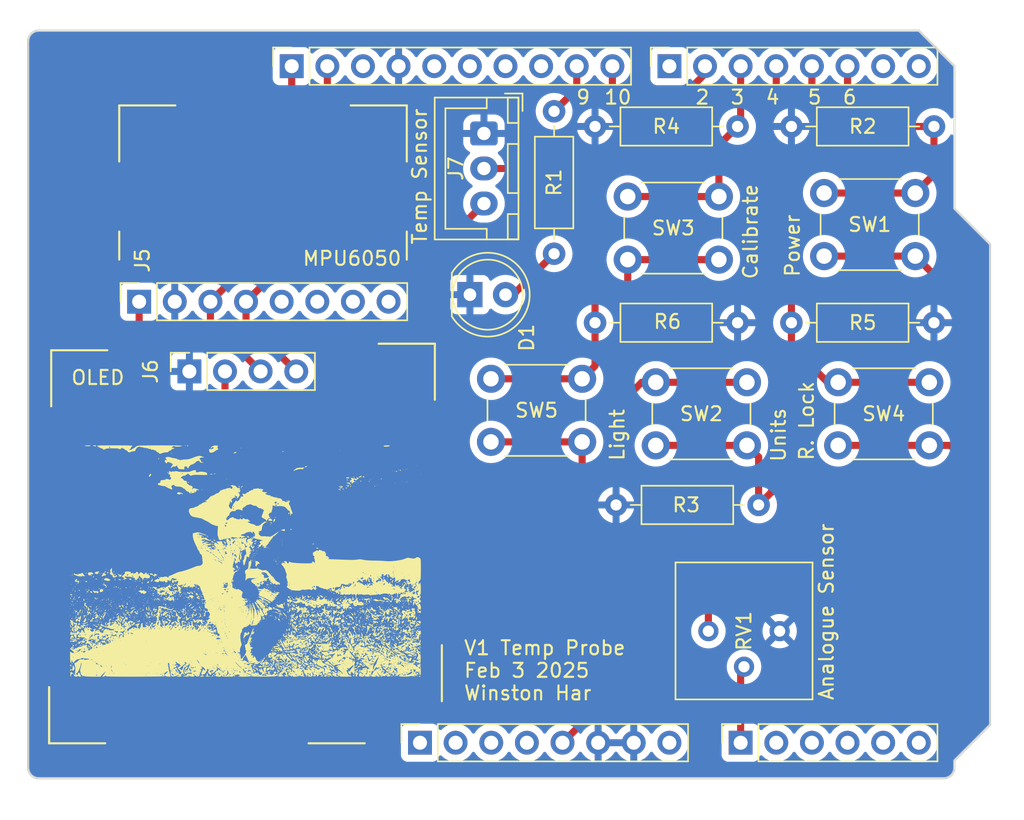
<source format=kicad_pcb>
(kicad_pcb (version 20240108) (generator "pcbnew") (generator_version "8.0")
  (title_block (date "mar. 31 mars 2015"))
  (layers (0 "F.Cu" signal) (31 "B.Cu" power) (34 "B.Paste" user) (35 "F.Paste" user) (36 "B.SilkS" user "B.Silkscreen") (37 "F.SilkS" user "F.Silkscreen") (38 "B.Mask" user) (39 "F.Mask" user) (44 "Edge.Cuts" user))
  (net 0 "")
  (net 1 "GND")
  (net 2 "+5V")
  (net 3 "/IOREF")
  (net 4 "/A1")
  (net 5 "/A2")
  (net 6 "/A3")
  (net 7 "/SDA{slash}A4")
  (net 8 "/SCL{slash}A5")
  (net 9 "/13")
  (net 10 "/12")
  (net 11 "/AREF")
  (net 12 "/7")
  (net 13 "/*11")
  (net 14 "/*10")
  (net 15 "/TX{slash}1")
  (net 16 "/RX{slash}0")
  (net 17 "+3V3")
  (net 18 "VCC")
  (net 19 "/~{RESET}")
  (net 20 "/I2C_SCL")
  (net 21 "/I2C_SDA")
  (net 22 "/button_onoff")
  (net 23 "/button_lock")
  (net 24 "/button_light")
  (net 25 "/button_units")
  (net 26 "/button_cal")
  (net 27 "Net-(D1-A)")
  (net 28 "/led_light")
  (net 29 "/temp_sensor")
  (net 35 "/temp_digital")
  (footprint "Connector_PinSocket_2.54mm:PinSocket_1x08_P2.54mm_Vertical" (layer "F.Cu") (at 127.94 97.46 90)
    (property "Reference" "J1" (hide yes))
    (property "Value" "Power")
    (pad "1" thru_hole rect (at 0 0 90) (size 1.7 1.7) (drill 1) (layers "*.Cu" "*.Mask"))
    (pad "2" thru_hole oval (at 0 2.54 90) (size 1.7 1.7) (drill 1) (layers "*.Cu" "*.Mask") (net 3 "/IOREF"))
    (pad "3" thru_hole oval (at 0 5.08 90) (size 1.7 1.7) (drill 1) (layers "*.Cu" "*.Mask") (net 19 "/~{RESET}"))
    (pad "4" thru_hole oval (at 0 7.62 90) (size 1.7 1.7) (drill 1) (layers "*.Cu" "*.Mask") (net 17 "+3V3"))
    (pad "5" thru_hole oval (at 0 10.16 90) (size 1.7 1.7) (drill 1) (layers "*.Cu" "*.Mask") (net 2 "+5V"))
    (pad "6" thru_hole oval (at 0 12.7 90) (size 1.7 1.7) (drill 1) (layers "*.Cu" "*.Mask") (net 1 "GND"))
    (pad "7" thru_hole oval (at 0 15.24 90) (size 1.7 1.7) (drill 1) (layers "*.Cu" "*.Mask") (net 1 "GND"))
    (pad "8" thru_hole oval (at 0 17.78 90) (size 1.7 1.7) (drill 1) (layers "*.Cu" "*.Mask") (net 18 "VCC"))
  )
  (footprint "Connector_PinSocket_2.54mm:PinSocket_1x06_P2.54mm_Vertical" (layer "F.Cu") (at 150.8 97.46 90)
    (property "Reference" "J3" (hide yes))
    (property "Value" "Analog")
    (pad "1" thru_hole rect (at 0 0 90) (size 1.7 1.7) (drill 1) (layers "*.Cu" "*.Mask") (net 29 "/temp_sensor"))
    (pad "2" thru_hole oval (at 0 2.54 90) (size 1.7 1.7) (drill 1) (layers "*.Cu" "*.Mask") (net 4 "/A1"))
    (pad "3" thru_hole oval (at 0 5.08 90) (size 1.7 1.7) (drill 1) (layers "*.Cu" "*.Mask") (net 5 "/A2"))
    (pad "4" thru_hole oval (at 0 7.62 90) (size 1.7 1.7) (drill 1) (layers "*.Cu" "*.Mask") (net 6 "/A3"))
    (pad "5" thru_hole oval (at 0 10.16 90) (size 1.7 1.7) (drill 1) (layers "*.Cu" "*.Mask") (net 7 "/SDA{slash}A4"))
    (pad "6" thru_hole oval (at 0 12.7 90) (size 1.7 1.7) (drill 1) (layers "*.Cu" "*.Mask") (net 8 "/SCL{slash}A5"))
  )
  (footprint "Connector_PinSocket_2.54mm:PinSocket_1x10_P2.54mm_Vertical" (layer "F.Cu") (at 118.796 49.2 90)
    (property "Reference" "J2" (hide yes))
    (property "Value" "Digital/PWM")
    (pad "1" thru_hole rect (at 0 0 90) (size 1.7 1.7) (drill 1) (layers "*.Cu" "*.Mask") (net 20 "/I2C_SCL"))
    (pad "2" thru_hole oval (at 0 2.54 90) (size 1.7 1.7) (drill 1) (layers "*.Cu" "*.Mask") (net 21 "/I2C_SDA"))
    (pad "3" thru_hole oval (at 0 5.08 90) (size 1.7 1.7) (drill 1) (layers "*.Cu" "*.Mask") (net 11 "/AREF"))
    (pad "4" thru_hole oval (at 0 7.62 90) (size 1.7 1.7) (drill 1) (layers "*.Cu" "*.Mask") (net 1 "GND"))
    (pad "5" thru_hole oval (at 0 10.16 90) (size 1.7 1.7) (drill 1) (layers "*.Cu" "*.Mask") (net 9 "/13"))
    (pad "6" thru_hole oval (at 0 12.7 90) (size 1.7 1.7) (drill 1) (layers "*.Cu" "*.Mask") (net 10 "/12"))
    (pad "7" thru_hole oval (at 0 15.24 90) (size 1.7 1.7) (drill 1) (layers "*.Cu" "*.Mask") (net 13 "/*11"))
    (pad "8" thru_hole oval (at 0 17.78 90) (size 1.7 1.7) (drill 1) (layers "*.Cu" "*.Mask") (net 14 "/*10"))
    (pad "9" thru_hole oval (at 0 20.32 90) (size 1.7 1.7) (drill 1) (layers "*.Cu" "*.Mask") (net 28 "/led_light"))
    (pad "10" thru_hole oval (at 0 22.86 90) (size 1.7 1.7) (drill 1) (layers "*.Cu" "*.Mask") (net 35 "/temp_digital"))
  )
  (footprint "Connector_PinSocket_2.54mm:PinSocket_1x08_P2.54mm_Vertical" (layer "F.Cu") (at 145.72 49.2 90)
    (property "Reference" "J4" (hide yes))
    (property "Value" "Digital/PWM")
    (pad "1" thru_hole rect (at 0 0 90) (size 1.7 1.7) (drill 1) (layers "*.Cu" "*.Mask") (net 12 "/7"))
    (pad "2" thru_hole oval (at 0 2.54 90) (size 1.7 1.7) (drill 1) (layers "*.Cu" "*.Mask") (net 24 "/button_light"))
    (pad "3" thru_hole oval (at 0 5.08 90) (size 1.7 1.7) (drill 1) (layers "*.Cu" "*.Mask") (net 26 "/button_cal"))
    (pad "4" thru_hole oval (at 0 7.62 90) (size 1.7 1.7) (drill 1) (layers "*.Cu" "*.Mask") (net 25 "/button_units"))
    (pad "5" thru_hole oval (at 0 10.16 90) (size 1.7 1.7) (drill 1) (layers "*.Cu" "*.Mask") (net 23 "/button_lock"))
    (pad "6" thru_hole oval (at 0 12.7 90) (size 1.7 1.7) (drill 1) (layers "*.Cu" "*.Mask") (net 22 "/button_onoff"))
    (pad "7" thru_hole oval (at 0 15.24 90) (size 1.7 1.7) (drill 1) (layers "*.Cu" "*.Mask") (net 15 "/TX{slash}1"))
    (pad "8" thru_hole oval (at 0 17.78 90) (size 1.7 1.7) (drill 1) (layers "*.Cu" "*.Mask") (net 16 "/RX{slash}0"))
  )
  (footprint "Button_Switch_THT:SW_PUSH_6mm" (layer "F.Cu") (at 157.75 71.75)
    (property "Reference" "SW4" (at 3.25 2.25 0) (layer "F.SilkS"))
    (property "Value" "SW_SPST")
    (pad "1" thru_hole circle (at 0 0 90) (size 2 2) (drill 1.1) (layers "*.Cu" "*.Mask") (net 23 "/button_lock"))
    (pad "1" thru_hole circle (at 6.5 0 90) (size 2 2) (drill 1.1) (layers "*.Cu" "*.Mask") (net 23 "/button_lock"))
    (pad "2" thru_hole circle (at 0 4.5 90) (size 2 2) (drill 1.1) (layers "*.Cu" "*.Mask") (net 2 "+5V"))
    (pad "2" thru_hole circle (at 6.5 4.5 90) (size 2 2) (drill 1.1) (layers "*.Cu" "*.Mask") (net 2 "+5V"))
  )
  (footprint "LED_THT:LED_D5.0mm" (layer "F.Cu") (at 131.5 65.5)
    (property "Reference" "D1" (at 4.05 3.07 90) (layer "F.SilkS"))
    (property "Value" "LED")
    (pad "1" thru_hole rect (at 0 0) (size 1.8 1.8) (drill 0.9) (layers "*.Cu" "*.Mask") (net 1 "GND"))
    (pad "2" thru_hole circle (at 2.54 0) (size 1.8 1.8) (drill 0.9) (layers "*.Cu" "*.Mask") (net 27 "Net-(D1-A)"))
  )
  (footprint "Button_Switch_THT:SW_PUSH_6mm" (layer "F.Cu") (at 133 71.5)
    (property "Reference" "SW5" (at 3.25 2.25 0) (layer "F.SilkS"))
    (property "Value" "SW_SPST")
    (pad "1" thru_hole circle (at 0 0 90) (size 2 2) (drill 1.1) (layers "*.Cu" "*.Mask") (net 24 "/button_light"))
    (pad "1" thru_hole circle (at 6.5 0 90) (size 2 2) (drill 1.1) (layers "*.Cu" "*.Mask") (net 24 "/button_light"))
    (pad "2" thru_hole circle (at 0 4.5 90) (size 2 2) (drill 1.1) (layers "*.Cu" "*.Mask") (net 2 "+5V"))
    (pad "2" thru_hole circle (at 6.5 4.5 90) (size 2 2) (drill 1.1) (layers "*.Cu" "*.Mask") (net 2 "+5V"))
  )
  (footprint "Button_Switch_THT:SW_PUSH_6mm" (layer "F.Cu") (at 151.25 76.25 180)
    (property "Reference" "SW2" (at 3.25 2.25 0) (layer "F.SilkS"))
    (property "Value" "SW_SPST")
    (pad "1" thru_hole circle (at 0 0 270) (size 2 2) (drill 1.1) (layers "*.Cu" "*.Mask") (net 25 "/button_units"))
    (pad "1" thru_hole circle (at 6.5 0 270) (size 2 2) (drill 1.1) (layers "*.Cu" "*.Mask") (net 25 "/button_units"))
    (pad "2" thru_hole circle (at 0 4.5 270) (size 2 2) (drill 1.1) (layers "*.Cu" "*.Mask") (net 2 "+5V"))
    (pad "2" thru_hole circle (at 6.5 4.5 270) (size 2 2) (drill 1.1) (layers "*.Cu" "*.Mask") (net 2 "+5V"))
  )
  (footprint "Resistor_THT:R_Axial_DIN0207_L6.3mm_D2.5mm_P10.16mm_Horizontal" (layer "F.Cu") (at 150.58 53.5 180)
    (property "Reference" "R4" (at 5.08 0 0) (layer "F.SilkS"))
    (property "Value" "100k")
    (pad "1" thru_hole circle (at 0 0 180) (size 1.6 1.6) (drill 0.8) (layers "*.Cu" "*.Mask") (net 26 "/button_cal"))
    (pad "2" thru_hole oval (at 10.16 0 180) (size 1.6 1.6) (drill 0.8) (layers "*.Cu" "*.Mask") (net 1 "GND"))
  )
  (footprint "Resistor_THT:R_Axial_DIN0207_L6.3mm_D2.5mm_P10.16mm_Horizontal" (layer "F.Cu") (at 137.5 52.42 -90)
    (property "Reference" "R1" (at 5.08 0 90) (layer "F.SilkS"))
    (property "Value" "1k")
    (pad "1" thru_hole circle (at 0 0 270) (size 1.6 1.6) (drill 0.8) (layers "*.Cu" "*.Mask") (net 28 "/led_light"))
    (pad "2" thru_hole oval (at 10.16 0 270) (size 1.6 1.6) (drill 0.8) (layers "*.Cu" "*.Mask") (net 27 "Net-(D1-A)"))
  )
  (footprint "Button_Switch_THT:SW_PUSH_6mm" (layer "F.Cu") (at 142.75 58.5)
    (property "Reference" "SW3" (at 3.25 2.25 0) (layer "F.SilkS"))
    (property "Value" "SW_SPST")
    (pad "1" thru_hole circle (at 0 0 90) (size 2 2) (drill 1.1) (layers "*.Cu" "*.Mask") (net 26 "/button_cal"))
    (pad "1" thru_hole circle (at 6.5 0 90) (size 2 2) (drill 1.1) (layers "*.Cu" "*.Mask") (net 26 "/button_cal"))
    (pad "2" thru_hole circle (at 0 4.5 90) (size 2 2) (drill 1.1) (layers "*.Cu" "*.Mask") (net 2 "+5V"))
    (pad "2" thru_hole circle (at 6.5 4.5 90) (size 2 2) (drill 1.1) (layers "*.Cu" "*.Mask") (net 2 "+5V"))
  )
  (footprint "Connector_PinSocket_2.54mm:PinSocket_1x04_P2.54mm_Vertical" (layer "F.Cu") (at 111.5 70.975 90)
    (property "Reference" "J6" (at 0 -2.77 90) (layer "F.SilkS"))
    (property "Value" "CONN_DISPLAY")
    (pad "1" thru_hole rect (at 0 0 90) (size 1.7 1.7) (drill 1) (layers "*.Cu" "*.Mask") (net 1 "GND"))
    (pad "2" thru_hole oval (at 0 2.54 90) (size 1.7 1.7) (drill 1) (layers "*.Cu" "*.Mask") (net 2 "+5V"))
    (pad "3" thru_hole oval (at 0 5.08 90) (size 1.7 1.7) (drill 1) (layers "*.Cu" "*.Mask") (net 20 "/I2C_SCL"))
    (pad "4" thru_hole oval (at 0 7.62 90) (size 1.7 1.7) (drill 1) (layers "*.Cu" "*.Mask") (net 21 "/I2C_SDA"))
  )
  (footprint "Button_Switch_THT:SW_PUSH_6mm" (layer "F.Cu") (at 156.75 58.25)
    (property "Reference" "SW1" (at 3.25 2.25 0) (layer "F.SilkS"))
    (property "Value" "SW_SPST")
    (pad "1" thru_hole circle (at 0 0 90) (size 2 2) (drill 1.1) (layers "*.Cu" "*.Mask") (net 22 "/button_onoff"))
    (pad "1" thru_hole circle (at 6.5 0 90) (size 2 2) (drill 1.1) (layers "*.Cu" "*.Mask") (net 22 "/button_onoff"))
    (pad "2" thru_hole circle (at 0 4.5 90) (size 2 2) (drill 1.1) (layers "*.Cu" "*.Mask") (net 2 "+5V"))
    (pad "2" thru_hole circle (at 6.5 4.5 90) (size 2 2) (drill 1.1) (layers "*.Cu" "*.Mask") (net 2 "+5V"))
  )
  (footprint "Resistor_THT:R_Axial_DIN0207_L6.3mm_D2.5mm_P10.16mm_Horizontal" (layer "F.Cu") (at 154.42 67.5)
    (property "Reference" "R5" (at 5.08 0 0) (layer "F.SilkS"))
    (property "Value" "100k")
    (pad "1" thru_hole circle (at 0 0) (size 1.6 1.6) (drill 0.8) (layers "*.Cu" "*.Mask") (net 23 "/button_lock"))
    (pad "2" thru_hole oval (at 10.16 0) (size 1.6 1.6) (drill 0.8) (layers "*.Cu" "*.Mask") (net 1 "GND"))
  )
  (footprint "LOGO" (layer "F.Cu") (at 115.5 84.5)
    (property "Reference" "G***" (hide yes))
    (property "Value" "LOGO" (hide yes))
  )
  (footprint "Resistor_THT:R_Axial_DIN0207_L6.3mm_D2.5mm_P10.16mm_Horizontal" (layer "F.Cu") (at 164.58 53.5 180)
    (property "Reference" "R2" (at 5.08 0 0) (layer "F.SilkS"))
    (property "Value" "100k")
    (pad "1" thru_hole circle (at 0 0 180) (size 1.6 1.6) (drill 0.8) (layers "*.Cu" "*.Mask") (net 22 "/button_onoff"))
    (pad "2" thru_hole oval (at 10.16 0 180) (size 1.6 1.6) (drill 0.8) (layers "*.Cu" "*.Mask") (net 1 "GND"))
  )
  (footprint "Connector_JST:JST_XH_B3B-XH-A_1x03_P2.50mm_Vertical" (layer "F.Cu") (at 132.5 54 -90)
    (property "Reference" "J7" (at 2.5 2 90) (layer "F.SilkS"))
    (property "Value" "Conn_Temp")
    (pad "1" thru_hole roundrect (at 0 0 270) (size 1.7 1.95) (drill 0.95) (layers "*.Cu" "*.Mask") (roundrect_rratio 0.147059) (net 1 "GND"))
    (pad "2" thru_hole oval (at 2.5 0 270) (size 1.7 1.95) (drill 0.95) (layers "*.Cu" "*.Mask") (net 35 "/temp_digital"))
    (pad "3" thru_hole oval (at 5 0 270) (size 1.7 1.95) (drill 0.95) (layers "*.Cu" "*.Mask") (net 2 "+5V"))
  )
  (footprint "Potentiometer_THT:Potentiometer_Bourns_3386P_Vertical" (layer "F.Cu") (at 148.5 89.5 -90)
    (property "Reference" "RV1" (at -0.015 -2.54 90) (layer "F.SilkS"))
    (property "Value" "10k")
    (pad "1" thru_hole circle (at 0 0 270) (size 1.44 1.44) (drill 0.8) (layers "*.Cu" "*.Mask") (net 2 "+5V"))
    (pad "2" thru_hole circle (at 2.54 -2.54 270) (size 1.44 1.44) (drill 0.8) (layers "*.Cu" "*.Mask") (net 29 "/temp_sensor"))
    (pad "3" thru_hole circle (at 0 -5.08 270) (size 1.44 1.44) (drill 0.8) (layers "*.Cu" "*.Mask") (net 1 "GND"))
  )
  (footprint "Connector_PinSocket_2.54mm:PinSocket_1x08_P2.54mm_Vertical" (layer "F.Cu") (at 107.92 66 90)
    (property "Reference" "J5" (at 2.94 0.23 90) (layer "F.SilkS"))
    (property "Value" "CONN_GYRO")
    (pad "1" thru_hole rect (at 0 0 90) (size 1.7 1.7) (drill 1) (layers "*.Cu" "*.Mask") (net 2 "+5V"))
    (pad "2" thru_hole oval (at 0 2.54 90) (size 1.7 1.7) (drill 1) (layers "*.Cu" "*.Mask") (net 1 "GND"))
    (pad "3" thru_hole oval (at 0 5.08 90) (size 1.7 1.7) (drill 1) (layers "*.Cu" "*.Mask") (net 20 "/I2C_SCL"))
    (pad "4" thru_hole oval (at 0 7.62 90) (size 1.7 1.7) (drill 1) (layers "*.Cu" "*.Mask") (net 21 "/I2C_SDA"))
    (pad "5" thru_hole oval (at 0 10.16 90) (size 1.7 1.7) (drill 1) (layers "*.Cu" "*.Mask"))
    (pad "6" thru_hole oval (at 0 12.7 90) (size 1.7 1.7) (drill 1) (layers "*.Cu" "*.Mask"))
    (pad "7" thru_hole oval (at 0 15.24 90) (size 1.7 1.7) (drill 1) (layers "*.Cu" "*.Mask"))
    (pad "8" thru_hole oval (at 0 17.78 90) (size 1.7 1.7) (drill 1) (layers "*.Cu" "*.Mask"))
  )
  (footprint "Resistor_THT:R_Axial_DIN0207_L6.3mm_D2.5mm_P10.16mm_Horizontal" (layer "F.Cu") (at 140.42 67.5)
    (property "Reference" "R6" (at 5.16 -0.08 0) (layer "F.SilkS"))
    (property "Value" "100k")
    (pad "1" thru_hole circle (at 0 0) (size 1.6 1.6) (drill 0.8) (layers "*.Cu" "*.Mask") (net 24 "/button_light"))
    (pad "2" thru_hole oval (at 10.16 0) (size 1.6 1.6) (drill 0.8) (layers "*.Cu" "*.Mask") (net 1 "GND"))
  )
  (footprint "Resistor_THT:R_Axial_DIN0207_L6.3mm_D2.5mm_P10.16mm_Horizontal" (layer "F.Cu") (at 152.08 80.5 180)
    (property "Reference" "R3" (at 5.16 0 0) (layer "F.SilkS"))
    (property "Value" "100k")
    (pad "1" thru_hole circle (at 0 0 180) (size 1.6 1.6) (drill 0.8) (layers "*.Cu" "*.Mask") (net 25 "/button_units"))
    (pad "2" thru_hole oval (at 10.16 0 180) (size 1.6 1.6) (drill 0.8) (layers "*.Cu" "*.Mask") (net 1 "GND"))
  )
  (gr_line (start 101.65 69.465) (end 105.65 69.465) (stroke (width 0.15)) (layer "F.SilkS"))
  (gr_line (start 106.5 61) (end 106.5 63) (stroke (width 0.15)) (layer "F.SilkS"))
  (gr_line (start 129.5 90.5) (end 129.5 94.5) (stroke (width 0.15)) (layer "F.SilkS"))
  (gr_line (start 127 52) (end 127 56) (stroke (width 0.15)) (layer "F.SilkS"))
  (gr_line (start 106.5 52) (end 106.5 56) (stroke (width 0.15)) (layer "F.SilkS"))
  (gr_line (start 127 61) (end 127 63) (stroke (width 0.15)) (layer "F.SilkS"))
  (gr_line (start 101.5 97.5) (end 101.5 93.5) (stroke (width 0.15)) (layer "F.SilkS"))
  (gr_line (start 120 97.5) (end 124 97.5) (stroke (width 0.15)) (layer "F.SilkS"))
  (gr_line (start 101.65 69.465) (end 101.65 73.465) (stroke (width 0.15)) (layer "F.SilkS"))
  (gr_line (start 129 69) (end 125 69) (stroke (width 0.15)) (layer "F.SilkS"))
  (gr_line (start 127 52) (end 123 52) (stroke (width 0.15)) (layer "F.SilkS"))
  (gr_line (start 106.5 52) (end 110.5 52) (stroke (width 0.15)) (layer "F.SilkS"))
  (gr_line (start 101.5 93.5) (end 101.5 97.5) (stroke (width 0.15)) (layer "F.SilkS"))
  (gr_line (start 101.5 97.5) (end 105.5 97.5) (stroke (width 0.15)) (layer "F.SilkS"))
  (gr_line (start 125 69) (end 129 69) (stroke (width 0.15)) (layer "F.SilkS"))
  (gr_line (start 129 69) (end 129 73) (stroke (width 0.15)) (layer "F.SilkS"))
  (gr_line (start 166.04 59.36) (end 168.58 61.9) (stroke (width 0.15)) (layer "Edge.Cuts"))
  (gr_line (start 100 99.238) (end 100 47.422) (stroke (width 0.15)) (layer "Edge.Cuts"))
  (gr_line (start 168.58 61.9) (end 168.58 96.19) (stroke (width 0.15)) (layer "Edge.Cuts"))
  (gr_line (start 165.278 100) (end 100.762 100) (stroke (width 0.15)) (layer "Edge.Cuts"))
  (gr_line (start 100.762 46.66) (end 163.5 46.66) (stroke (width 0.15)) (layer "Edge.Cuts"))
  (gr_arc (start 100.762 100) (mid 100.223185 99.776815) (end 100 99.238) (stroke (width 0.15)) (layer "Edge.Cuts"))
  (gr_line (start 168.58 96.19) (end 166.04 98.73) (stroke (width 0.15)) (layer "Edge.Cuts"))
  (gr_line (start 163.5 46.66) (end 166.04 49.2) (stroke (width 0.15)) (layer "Edge.Cuts"))
  (gr_arc (start 166.04 99.238) (mid 165.816815 99.776815) (end 165.278 100) (stroke (width 0.15)) (layer "Edge.Cuts"))
  (gr_line (start 166.04 49.2) (end 166.04 59.36) (stroke (width 0.15)) (layer "Edge.Cuts"))
  (gr_line (start 166.04 98.73) (end 166.04 99.238) (stroke (width 0.15)) (layer "Edge.Cuts"))
  (gr_arc (start 100 47.422) (mid 100.223185 46.883185) (end 100.762 46.66) (stroke (width 0.15)) (layer "Edge.Cuts"))
  (gr_text "Calibrate" (at 151.5 61 90) (layer "F.SilkS") (effects (font (size 1 1))))
  (gr_text "6" (at 158 52 0) (layer "F.SilkS") (effects (font (size 1 1)) (justify left bottom)))
  (gr_text "OLED" (at 103 72 0) (layer "F.SilkS") (effects (font (size 1 1)) (justify left bottom)))
  (gr_text "9" (at 139 52 0) (layer "F.SilkS") (effects (font (size 1 1)) (justify left bottom)))
  (gr_text "Power" (at 154.5 62 90) (layer "F.SilkS") (effects (font (size 1 1))))
  (gr_text "MPU6050" (at 119.5 63.5 0) (layer "F.SilkS") (effects (font (size 1 1)) (justify left bottom)))
  (gr_text "2" (at 147.5 52 0) (layer "F.SilkS") (effects (font (size 1 1)) (justify left bottom)))
  (gr_text "Analogue Sensor" (at 157.5 94.5 90) (layer "F.SilkS") (effects (font (size 1 1)) (justify left bottom)))
  (gr_text "Light" (at 142 75.5 90) (layer "F.SilkS") (effects (font (size 1 1))))
  (gr_text "5" (at 155.5 52 0) (layer "F.SilkS") (effects (font (size 1 1)) (justify left bottom)))
  (gr_text "4" (at 152.5 52 0) (layer "F.SilkS") (effects (font (size 1 1)) (justify left bottom)))
  (gr_text "R. Lock" (at 155.5 74.5 90) (layer "F.SilkS") (effects (font (size 1 1))))
  (gr_text "Temp Sensor" (at 128.5 62 90) (layer "F.SilkS") (effects (font (size 1 1)) (justify left bottom)))
  (gr_text "V1 Temp Probe\nFeb 3 2025\nWinston Har" (at 131 94.5 0) (layer "F.SilkS") (effects (font (size 1 1)) (justify left bottom)))
  (gr_text "10" (at 141 52 0) (layer "F.SilkS") (effects (font (size 1 1)) (justify left bottom)))
  (gr_text "3" (at 150 52 0) (layer "F.SilkS") (effects (font (size 1 1)) (justify left bottom)))
  (gr_text "Units" (at 153.5 75.5 90) (layer "F.SilkS") (effects (font (size 1 1))))
  (segment (start 157.75 76.25) (end 164.25 76.25) (width 0.508) (layer "F.Cu") (net 2))
  (segment (start 139.5 96.06) (end 138.1 97.46) (width 0.508) (layer "F.Cu") (net 2))
  (segment (start 128 75) (end 126 73) (width 0.508) (layer "F.Cu") (net 2))
  (segment (start 142 76.5) (end 142 73.5) (width 0.508) (layer "F.Cu") (net 2))
  (segment (start 143.75 71.75) (end 142 73.5) (width 0.508) (layer "F.Cu") (net 2))
  (segment (start 164.25 76.25) (end 165.75 76.25) (width 0.508) (layer "F.Cu") (net 2))
  (segment (start 142 73.5) (end 142 69.5) (width 0.508) (layer "F.Cu") (net 2))
  (segment (start 167.5 67) (end 163.25 62.75) (width 0.508) (layer "F.Cu") (net 2))
  (segment (start 143 85.5) (end 146.5 85.5) (width 0.508) (layer "F.Cu") (net 2))
  (segment (start 139.5 86.5) (end 139.5 89) (width 0.508) (layer "F.Cu") (net 2))
  (segment (start 114.04 72.54) (end 114.04 70.975) (width 0.508) (layer "F.Cu") (net 2))
  (segment (start 148.5 83.5) (end 146.5 85.5) (width 0.508) (layer "F.Cu") (net 2))
  (segment (start 156.75 62.75) (end 163.25 62.75) (width 0.508) (layer "F.Cu") (net 2))
  (segment (start 107.92 70.92) (end 107.92 66) (width 0.508) (layer "F.Cu") (net 2))
  (segment (start 144.75 71.75) (end 151.25 71.75) (width 0.508) (layer "F.Cu") (net 2))
  (segment (start 128 75) (end 139.5 86.5) (width 0.508) (layer "F.Cu") (net 2))
  (segment (start 128 63.5) (end 132.5 59) (width 0.508) (layer "F.Cu") (net 2))
  (segment (start 114.5 73) (end 114.04 72.54) (width 0.508) (layer "F.Cu") (net 2))
  (segment (start 110 73) (end 107.92 70.92) (width 0.508) (layer "F.Cu") (net 2))
  (segment (start 142.75 63) (end 149.25 63) (width 0.508) (layer "F.Cu") (net 2))
  (segment (start 139.5 79) (end 139.5 76) (width 0.508) (layer "F.Cu") (net 2))
  (segment (start 142.75 68.75) (end 142.75 63) (width 0.508) (layer "F.Cu") (net 2))
  (segment (start 133 76) (end 139.5 76) (width 0.508) (layer "F.Cu") (net 2))
  (segment (start 144.75 71.75) (end 143.75 71.75) (width 0.508) (layer "F.Cu") (net 2))
  (segment (start 139.5 89) (end 139.5 96.06) (width 0.508) (layer "F.Cu") (net 2))
  (segment (start 139.5 89) (end 143 85.5) (width 0.508) (layer "F.Cu") (net 2))
  (segment (start 167.5 78) (end 167.5 67) (width 0.508) (layer "F.Cu") (net 2))
  (segment (start 148.5 87.5) (end 148.5 89.5) (width 0.508) (layer "F.Cu") (net 2))
  (segment (start 165.75 76.25) (end 167.5 78) (width 0.508) (layer "F.Cu") (net 2))
  (segment (start 142 69.5) (end 142.75 68.75) (width 0.508) (layer "F.Cu") (net 2))
  (segment (start 126 73) (end 114.5 73) (width 0.508) (layer "F.Cu") (net 2))
  (segment (start 146.5 85.5) (end 148.5 87.5) (width 0.508) (layer "F.Cu") (net 2))
  (segment (start 167.5 78) (end 167.5 81.5) (width 0.508) (layer "F.Cu") (net 2))
  (segment (start 128 75) (end 128 63.5) (width 0.508) (layer "F.Cu") (net 2))
  (segment (start 167.5 81.5) (end 165.5 83.5) (width 0.508) (layer "F.Cu") (net 2))
  (segment (start 165.5 83.5) (end 148.5 83.5) (width 0.508) (layer "F.Cu") (net 2))
  (segment (start 139.5 86.5) (end 139.5 80.5) (width 0.508) (layer "F.Cu") (net 2))
  (segment (start 114.5 73) (end 110 73) (width 0.508) (layer "F.Cu") (net 2))
  (segment (start 139.5 80.5) (end 139.5 79) (width 0.508) (layer "F.Cu") (net 2))
  (segment (start 139.5 79) (end 142 76.5) (width 0.508) (layer "F.Cu") (net 2))
  (segment (start 113 67.395) (end 116.58 70.975) (width 0.508) (layer "F.Cu") (net 20))
  (segment (start 118.796 60.204) (end 113 66) (width 0.508) (layer "F.Cu") (net 20))
  (segment (start 118.796 49.2) (end 118.796 60.204) (width 0.508) (layer "F.Cu") (net 20))
  (segment (start 113 66) (end 113 67.395) (width 0.508) (layer "F.Cu") (net 20))
  (segment (start 115.54 66) (end 115.54 67.395) (width 0.508) (layer "F.Cu") (net 21))
  (segment (start 121.336 60.204) (end 115.54 66) (width 0.508) (layer "F.Cu") (net 21))
  (segment (start 121.336 49.2) (end 121.336 60.204) (width 0.508) (layer "F.Cu") (net 21))
  (segment (start 115.54 67.395) (end 119.12 70.975) (width 0.508) (layer "F.Cu") (net 21))
  (segment (start 164.58 56.92) (end 163.25 58.25) (width 0.508) (layer "F.Cu") (net 22))
  (segment (start 158.42 50.92) (end 161 53.5) (width 0.508) (layer "F.Cu") (net 22))
  (segment (start 163.25 58.25) (end 156.75 58.25) (width 0.508) (layer "F.Cu") (net 22))
  (segment (start 164.58 53.5) (end 164.58 56.92) (width 0.508) (layer "F.Cu") (net 22))
  (segment (start 158.42 49.2) (end 158.42 50.92) (width 0.508) (layer "F.Cu") (net 22))
  (segment (start 161 53.5) (end 164.58 53.5) (width 0.508) (layer "F.Cu") (net 22))
  (segment (start 157 52.5) (end 155.88 51.38) (width 0.508) (layer "F.Cu") (net 23))
  (segment (start 157.75 71.75) (end 164.25 71.75) (width 0.508) (layer "F.Cu") (net 23))
  (segment (start 154.42 57.08) (end 157 54.5) (width 0.508) (layer "F.Cu") (net 23))
  (segment (start 154.42 67.5) (end 154.42 57.08) (width 0.508) (layer "F.Cu") (net 23))
  (segment (start 157 54.5) (end 157 52.5) (width 0.508) (layer "F.Cu") (net 23))
  (segment (start 157 71.75) (end 154.42 69.17) (width 0.508) (layer "F.Cu") (net 23))
  (segment (start 157.75 71.75) (end 157 71.75) (width 0.508) (layer "F.Cu") (net 23))
  (segment (start 154.42 69.17) (end 154.42 67.5) (width 0.508) (layer "F.Cu") (net 23))
  (segment (start 155.88 51.38) (end 155.88 49.2) (width 0.508) (layer "F.Cu") (net 23))
  (segment (start 148.26 49.74) (end 140.42 57.58) (width 0.508) (layer "F.Cu") (net 24))
  (segment (start 139.5 71.5) (end 133 71.5) (width 0.508) (layer "F.Cu") (net 24))
  (segment (start 148.26 49.2) (end 148.26 49.74) (width 0.25) (layer "F.Cu") (net 24))
  (segment (start 140.42 70.58) (end 139.5 71.5) (width 0.508) (layer "F.Cu") (net 24))
  (segment (start 140.42 57.58) (end 140.42 67.5) (width 0.508) (layer "F.Cu") (net 24))
  (segment (start 140.42 67.5) (end 140.42 70.58) (width 0.508) (layer "F.Cu") (net 24))
  (segment (start 152.08 80.5) (end 152.08 80.42) (width 0.25) (layer "F.Cu") (net 25))
  (segment (start 153 79.58) (end 152.08 80.5) (width 0.508) (layer "F.Cu") (net 25))
  (segment (start 152.08 77.08) (end 151.25 76.25) (width 0.508) (layer "F.Cu") (net 25))
  (segment (start 152.5 69.5) (end 153.5 70.5) (width 0.508) (layer "F.Cu") (net 25))
  (segment (start 153.5 70.5) (end 153.5 79) (width 0.508) (layer "F.Cu") (net 25))
  (segment (start 153.34 49.2) (end 153.34 51.66) (width 0.508) (layer "F.Cu") (net 25))
  (segment (start 152.5 52.5) (end 152.5 69.5) (width 0.508) (layer "F.Cu") (net 25))
  (segment (start 153.5 79) (end 153 79.5) (width 0.508) (layer "F.Cu") (net 25))
  (segment (start 153.34 51.66) (end 152.5 52.5) (width 0.508) (layer "F.Cu") (net 25))
  (segment (start 151.25 76.25) (end 144.75 76.25) (width 0.508) (layer "F.Cu") (net 25))
  (segment (start 152.08 80.5) (end 152.08 77.08) (width 0.508) (layer "F.Cu") (net 25))
  (segment (start 153 79.5) (end 153 79.58) (width 0.508) (layer "F.Cu") (net 25))
  (segment (start 150.8 53.28) (end 150.58 53.5) (width 0.508) (layer "F.Cu") (net 26))
  (segment (start 149.25 58.5) (end 149.25 54.83) (width 0.508) (layer "F.Cu") (net 26))
  (segment (start 149.25 54.83) (end 150.58 53.5) (width 0.508) (layer "F.Cu") (net 26))
  (segment (start 150.8 49.2) (end 150.8 53.28) (width 0.508) (layer "F.Cu") (net 26))
  (segment (start 149.25 58.5) (end 142.75 58.5) (width 0.508) (layer "F.Cu") (net 26))
  (segment (start 150.8 53.22) (end 151.08 53.5) (width 0.25) (layer "F.Cu") (net 26))
  (segment (start 137.5 62.58) (end 134.58 65.5) (width 0.508) (layer "F.Cu") (net 27))
  (segment (start 134.58 65.5) (end 134.04 65.5) (width 0.25) (layer "F.Cu") (net 27))
  (segment (start 139.116 49.2) (end 139.116 50.804) (width 0.508) (layer "F.Cu") (net 28))
  (segment (start 139.116 50.804) (end 137.5 52.42) (width 0.508) (layer "F.Cu") (net 28))
  (segment (start 150.8 92.28) (end 151.04 92.04) (width 0.25) (layer "F.Cu") (net 29))
  (segment (start 150.8 97.46) (end 150.8 92.28) (width 0.508) (layer "F.Cu") (net 29))
  (segment (start 141.656 51.156) (end 142.5 52) (width 0.508) (layer "F.Cu") (net 35))
  (segment (start 142.5 52) (end 142.5 54) (width 0.508) (layer "F.Cu") (net 35))
  (segment (start 141.656 49.2) (end 141.656 51.156) (width 0.508) (layer "F.Cu") (net 35))
  (segment (start 140 56.5) (end 132.5 56.5) (width 0.508) (layer "F.Cu") (net 35))
  (segment (start 142.5 54) (end 140 56.5) (width 0.508) (layer "F.Cu") (net 35))
  (zone (net 1) (net_name "GND") (layer "B.Cu") (connect_pads (clearance 0.508)) (min_thickness 0.25) (fill yes (thermal_gap 0.5) (thermal_bridge_width 0.5))
    (polygon (pts (xy 98 45) (xy 171 45) (xy 170.5 103) (xy 98 103)))
  )
)
</source>
